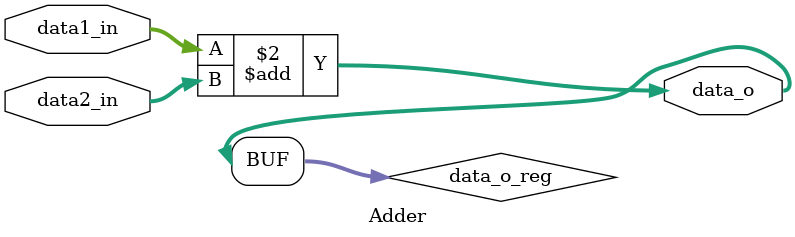
<source format=v>
module Adder(data1_in, data2_in, data_o);
input [31:0] data1_in, data2_in;
output [31:0] data_o;
reg [31:0] data_o_reg;
always@(*)
begin
    data_o_reg = data1_in + data2_in;
end
assign data_o = data_o_reg;
endmodule

</source>
